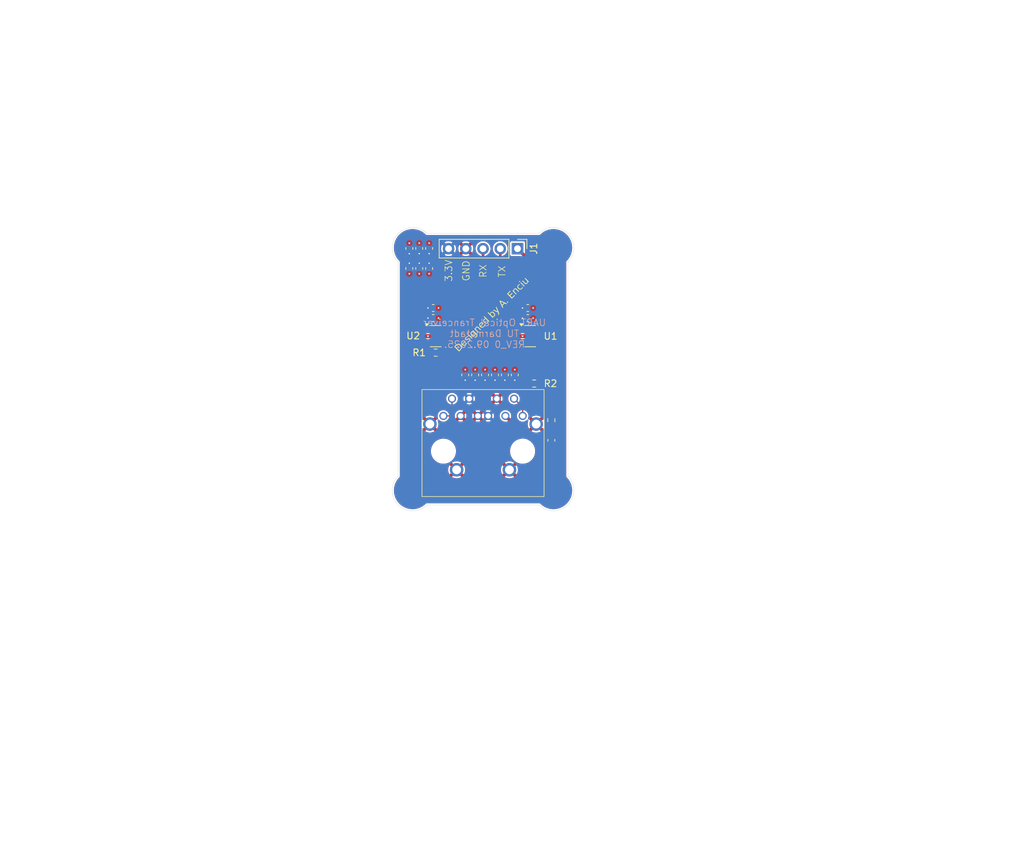
<source format=kicad_pcb>
(kicad_pcb (version 20241229) (generator "pcbnew") (generator_version "9.0")
  (layers (0 "F.Cu" signal) (4 "In1.Cu" signal) (6 "In2.Cu" signal) (2 "B.Cu" signal) (13 "F.Paste" user) (15 "B.Paste" user) (5 "F.SilkS" user "F.Silkscreen") (7 "B.SilkS" user "B.Silkscreen") (1 "F.Mask" user) (3 "B.Mask" user) (25 "Edge.Cuts" user))
  (net 0 "")
  (net 1 "GND")
  (net 2 "+3V3")
  (net 3 "/MON")
  (net 4 "/RD_P")
  (net 5 "/RD_N")
  (net 6 "/TD_N")
  (net 7 "/TD_P")
  (net 8 "/UART_TX")
  (net 9 "/UART_RX")
  (footprint "Capacitor_SMD:C_0603_1608Metric" (layer "F.Cu") (at 114.68 71.45 -90)
    (property "Reference" "C15" (hide yes))
    (property "Value" "10u")
    (fp_line (start -0.14058 0.51) (end 0.14058 0.51) (stroke (width 0.12)) (layer "F.SilkS"))
    (fp_line (start -0.14058 -0.51) (end 0.14058 -0.51) (stroke (width 0.12)) (layer "F.SilkS"))
    (pad "1" smd roundrect (at -0.775 0 270) (size 0.9 0.95) (layers "F.Cu" "F.Mask" "F.Paste") (net 2 "+3V3"))
    (pad "2" smd roundrect (at 0.775 0 270) (size 0.9 0.95) (layers "F.Cu" "F.Mask" "F.Paste") (net 1 "GND"))
  )
  (footprint "Capacitor_SMD:C_0603_1608Metric" (layer "F.Cu") (at 111.76 68.495 90)
    (property "Reference" "C16" (hide yes))
    (property "Value" "10u")
    (fp_line (start -0.14058 -0.51) (end 0.14058 -0.51) (stroke (width 0.12)) (layer "F.SilkS"))
    (fp_line (start -0.14058 0.51) (end 0.14058 0.51) (stroke (width 0.12)) (layer "F.SilkS"))
    (pad "1" smd roundrect (at -0.775 0 90) (size 0.9 0.95) (layers "F.Cu" "F.Mask" "F.Paste") (net 2 "+3V3"))
    (pad "2" smd roundrect (at 0.775 0 90) (size 0.9 0.95) (layers "F.Cu" "F.Mask" "F.Paste") (net 1 "GND"))
  )
  (footprint "Package_TO_SOT_SMD:SOT-23-5" (layer "F.Cu") (at 115.6425 81.42)
    (property "Reference" "U2" (at -3.3125 -0.05 0) (layer "F.SilkS"))
    (property "Value" "DS90LV012ATMF")
    (fp_line (start 0 -1.56) (end -0.8 -1.56) (stroke (width 0.12)) (layer "F.SilkS"))
    (fp_line (start 0 -1.56) (end 0.8 -1.56) (stroke (width 0.12)) (layer "F.SilkS"))
    (fp_line (start 0 1.56) (end -0.8 1.56) (stroke (width 0.12)) (layer "F.SilkS"))
    (fp_line (start 0 1.56) (end 0.8 1.56) (stroke (width 0.12)) (layer "F.SilkS"))
    (fp_poly (pts (xy -1.3 -1.51) (xy -1.54 -1.84) (xy -1.06 -1.84)) (stroke (width 0.12)) (fill yes) (layer "F.SilkS"))
    (pad "1" smd roundrect (at -1.1375 -0.95) (size 1.325 0.6) (layers "F.Cu" "F.Mask" "F.Paste") (net 2 "+3V3"))
    (pad "2" smd roundrect (at -1.1375 0) (size 1.325 0.6) (layers "F.Cu" "F.Mask" "F.Paste") (net 1 "GND"))
    (pad "3" smd roundrect (at -1.1375 0.95) (size 1.325 0.6) (layers "F.Cu" "F.Mask" "F.Paste") (net 7 "/TD_P"))
    (pad "4" smd roundrect (at 1.1375 0.95) (size 1.325 0.6) (layers "F.Cu" "F.Mask" "F.Paste") (net 6 "/TD_N"))
    (pad "5" smd roundrect (at 1.1375 -0.95) (size 1.325 0.6) (layers "F.Cu" "F.Mask" "F.Paste") (net 9 "/UART_RX"))
  )
  (footprint "Capacitor_SMD:C_0603_1608Metric" (layer "F.Cu") (at 129.22 77.27)
    (property "Reference" "C8" (hide yes))
    (property "Value" "100n")
    (fp_line (start -0.14058 -0.51) (end 0.14058 -0.51) (stroke (width 0.12)) (layer "F.SilkS"))
    (fp_line (start -0.14058 0.51) (end 0.14058 0.51) (stroke (width 0.12)) (layer "F.SilkS"))
    (pad "1" smd roundrect (at -0.775 0) (size 0.9 0.95) (layers "F.Cu" "F.Mask" "F.Paste") (net 2 "+3V3"))
    (pad "2" smd roundrect (at 0.775 0) (size 0.9 0.95) (layers "F.Cu" "F.Mask" "F.Paste") (net 1 "GND"))
  )
  (footprint "Capacitor_SMD:C_0603_1608Metric" (layer "F.Cu") (at 121.46 87.13 90)
    (property "Reference" "C4" (hide yes))
    (property "Value" "10u")
    (fp_line (start -0.14058 -0.51) (end 0.14058 -0.51) (stroke (width 0.12)) (layer "F.SilkS"))
    (fp_line (start -0.14058 0.51) (end 0.14058 0.51) (stroke (width 0.12)) (layer "F.SilkS"))
    (pad "1" smd roundrect (at -0.775 0 90) (size 0.9 0.95) (layers "F.Cu" "F.Mask" "F.Paste") (net 2 "+3V3"))
    (pad "2" smd roundrect (at 0.775 0 90) (size 0.9 0.95) (layers "F.Cu" "F.Mask" "F.Paste") (net 1 "GND"))
  )
  (footprint "Capacitor_SMD:C_0603_1608Metric" (layer "F.Cu") (at 120 87.13 90)
    (property "Reference" "C6" (hide yes))
    (property "Value" "10n")
    (fp_line (start -0.14058 -0.51) (end 0.14058 -0.51) (stroke (width 0.12)) (layer "F.SilkS"))
    (fp_line (start -0.14058 0.51) (end 0.14058 0.51) (stroke (width 0.12)) (layer "F.SilkS"))
    (pad "1" smd roundrect (at -0.775 0 90) (size 0.9 0.95) (layers "F.Cu" "F.Mask" "F.Paste") (net 2 "+3V3"))
    (pad "2" smd roundrect (at 0.775 0 90) (size 0.9 0.95) (layers "F.Cu" "F.Mask" "F.Paste") (net 1 "GND"))
  )
  (footprint "Package_TO_SOT_SMD:SOT-23-5" (layer "F.Cu") (at 129.5825 81.42)
    (property "Reference" "U1" (at 2.9875 0 0) (layer "F.SilkS"))
    (property "Value" "DS90LV011A")
    (fp_line (start 0 -1.56) (end -0.8 -1.56) (stroke (width 0.12)) (layer "F.SilkS"))
    (fp_line (start 0 -1.56) (end 0.8 -1.56) (stroke (width 0.12)) (layer "F.SilkS"))
    (fp_line (start 0 1.56) (end -0.8 1.56) (stroke (width 0.12)) (layer "F.SilkS"))
    (fp_line (start 0 1.56) (end 0.8 1.56) (stroke (width 0.12)) (layer "F.SilkS"))
    (fp_poly (pts (xy -1.3 -1.51) (xy -1.54 -1.84) (xy -1.06 -1.84)) (stroke (width 0.12)) (fill yes) (layer "F.SilkS"))
    (pad "1" smd roundrect (at -1.1375 -0.95) (size 1.325 0.6) (layers "F.Cu" "F.Mask" "F.Paste") (net 2 "+3V3"))
    (pad "2" smd roundrect (at -1.1375 0) (size 1.325 0.6) (layers "F.Cu" "F.Mask" "F.Paste") (net 1 "GND"))
    (pad "3" smd roundrect (at -1.1375 0.95) (size 1.325 0.6) (layers "F.Cu" "F.Mask" "F.Paste") (net 5 "/RD_N"))
    (pad "4" smd roundrect (at 1.1375 0.95) (size 1.325 0.6) (layers "F.Cu" "F.Mask" "F.Paste") (net 4 "/RD_P"))
    (pad "5" smd roundrect (at 1.1375 -0.95) (size 1.325 0.6) (layers "F.Cu" "F.Mask" "F.Paste") (net 8 "/UART_TX"))
  )
  (footprint "Capacitor_SMD:C_0603_1608Metric" (layer "F.Cu") (at 129.22 78.76)
    (property "Reference" "C9" (hide yes))
    (property "Value" "1n")
    (fp_line (start -0.14058 -0.51) (end 0.14058 -0.51) (stroke (width 0.12)) (layer "F.SilkS"))
    (fp_line (start -0.14058 0.51) (end 0.14058 0.51) (stroke (width 0.12)) (layer "F.SilkS"))
    (pad "1" smd roundrect (at -0.775 0) (size 0.9 0.95) (layers "F.Cu" "F.Mask" "F.Paste") (net 2 "+3V3"))
    (pad "2" smd roundrect (at 0.775 0) (size 0.9 0.95) (layers "F.Cu" "F.Mask" "F.Paste") (net 1 "GND"))
  )
  (footprint "Connector_PinHeader_2.54mm:PinHeader_1x05_P2.54mm_Vertical" (layer "F.Cu") (at 127.7 68.53 -90)
    (property "Reference" "J1" (at 0 -2.38 90) (layer "F.SilkS"))
    (property "Value" "Conn_01x05_Pin")
    (fp_line (start -1.38 11.54) (end 1.38 11.54) (stroke (width 0.12)) (layer "F.SilkS"))
    (fp_line (start -1.38 1.27) (end -1.38 11.54) (stroke (width 0.12)) (layer "F.SilkS"))
    (fp_line (start -1.38 1.27) (end 1.38 1.27) (stroke (width 0.12)) (layer "F.SilkS"))
    (fp_line (start 1.38 1.27) (end 1.38 11.54) (stroke (width 0.12)) (layer "F.SilkS"))
    (fp_line (start -1.38 0) (end -1.38 -1.38) (stroke (width 0.12)) (layer "F.SilkS"))
    (fp_line (start -1.38 -1.38) (end 0 -1.38) (stroke (width 0.12)) (layer "F.SilkS"))
    (pad "1" thru_hole rect (at 0 0 270) (size 1.7 1.7) (drill 1) (layers "*.Cu" "*.Mask") (net 3 "/MON"))
    (pad "2" thru_hole circle (at 0 2.54 270) (size 1.7 1.7) (drill 1) (layers "*.Cu" "*.Mask") (net 8 "/UART_TX"))
    (pad "3" thru_hole circle (at 0 5.08 270) (size 1.7 1.7) (drill 1) (layers "*.Cu" "*.Mask") (net 9 "/UART_RX"))
    (pad "4" thru_hole circle (at 0 7.62 270) (size 1.7 1.7) (drill 1) (layers "*.Cu" "*.Mask") (net 1 "GND"))
    (pad "5" thru_hole circle (at 0 10.16 270) (size 1.7 1.7) (drill 1) (layers "*.Cu" "*.Mask") (net 2 "+3V3"))
  )
  (footprint "Capacitor_SMD:C_0603_1608Metric" (layer "F.Cu") (at 113.22 68.49 90)
    (property "Reference" "C12" (hide yes))
    (property "Value" "10u")
    (fp_line (start -0.14058 -0.51) (end 0.14058 -0.51) (stroke (width 0.12)) (layer "F.SilkS"))
    (fp_line (start -0.14058 0.51) (end 0.14058 0.51) (stroke (width 0.12)) (layer "F.SilkS"))
    (pad "1" smd roundrect (at -0.775 0 90) (size 0.9 0.95) (layers "F.Cu" "F.Mask" "F.Paste") (net 2 "+3V3"))
    (pad "2" smd roundrect (at 0.775 0 90) (size 0.9 0.95) (layers "F.Cu" "F.Mask" "F.Paste") (net 1 "GND"))
  )
  (footprint "Resistor_SMD:R_0603_1608Metric" (layer "F.Cu") (at 132.68 93.8 90)
    (property "Reference" "R3" (hide yes))
    (property "Value" "2k")
    (fp_line (start -0.237258 -0.5225) (end 0.237258 -0.5225) (stroke (width 0.12)) (layer "F.SilkS"))
    (fp_line (start -0.237258 0.5225) (end 0.237258 0.5225) (stroke (width 0.12)) (layer "F.SilkS"))
    (pad "1" smd roundrect (at -0.825 0 90) (size 0.8 0.95) (layers "F.Cu" "F.Mask" "F.Paste") (net 3 "/MON"))
    (pad "2" smd roundrect (at 0.825 0 90) (size 0.8 0.95) (layers "F.Cu" "F.Mask" "F.Paste") (net 1 "GND"))
  )
  (footprint "Capacitor_SMD:C_0603_1608Metric" (layer "F.Cu") (at 111.76 71.45 -90)
    (property "Reference" "C14" (hide yes))
    (property "Value" "10u")
    (fp_line (start -0.14058 0.51) (end 0.14058 0.51) (stroke (width 0.12)) (layer "F.SilkS"))
    (fp_line (start -0.14058 -0.51) (end 0.14058 -0.51) (stroke (width 0.12)) (layer "F.SilkS"))
    (pad "1" smd roundrect (at -0.775 0 270) (size 0.9 0.95) (layers "F.Cu" "F.Mask" "F.Paste") (net 2 "+3V3"))
    (pad "2" smd roundrect (at 0.775 0 270) (size 0.9 0.95) (layers "F.Cu" "F.Mask" "F.Paste") (net 1 "GND"))
  )
  (footprint "Capacitor_SMD:C_0603_1608Metric" (layer "F.Cu") (at 124.38 87.13 90)
    (property "Reference" "C1" (hide yes))
    (property "Value" "10u")
    (fp_line (start -0.14058 -0.51) (end 0.14058 -0.51) (stroke (width 0.12)) (layer "F.SilkS"))
    (fp_line (start -0.14058 0.51) (end 0.14058 0.51) (stroke (width 0.12)) (layer "F.SilkS"))
    (pad "1" smd roundrect (at -0.775 0 90) (size 0.9 0.95) (layers "F.Cu" "F.Mask" "F.Paste") (net 2 "+3V3"))
    (pad "2" smd roundrect (at 0.775 0 90) (size 0.9 0.95) (layers "F.Cu" "F.Mask" "F.Paste") (net 1 "GND"))
  )
  (footprint "Capacitor_SMD:C_0603_1608Metric" (layer "F.Cu") (at 115.28 77.27)
    (property "Reference" "C11" (hide yes))
    (property "Value" "1n")
    (fp_line (start -0.14058 -0.51) (end 0.14058 -0.51) (stroke (width 0.12)) (layer "F.SilkS"))
    (fp_line (start -0.14058 0.51) (end 0.14058 0.51) (stroke (width 0.12)) (layer "F.SilkS"))
    (pad "1" smd roundrect (at -0.775 0) (size 0.9 0.95) (layers "F.Cu" "F.Mask" "F.Paste") (net 2 "+3V3"))
    (pad "2" smd roundrect (at 0.775 0) (size 0.9 0.95) (layers "F.Cu" "F.Mask" "F.Paste") (net 1 "GND"))
  )
  (footprint "Capacitor_SMD:C_0603_1608Metric" (layer "F.Cu") (at 115.28 78.76)
    (property "Reference" "C10" (hide yes))
    (property "Value" "100n")
    (fp_line (start -0.14058 -0.51) (end 0.14058 -0.51) (stroke (width 0.12)) (layer "F.SilkS"))
    (fp_line (start -0.14058 0.51) (end 0.14058 0.51) (stroke (width 0.12)) (layer "F.SilkS"))
    (pad "1" smd roundrect (at -0.775 0) (size 0.9 0.95) (layers "F.Cu" "F.Mask" "F.Paste") (net 2 "+3V3"))
    (pad "2" smd roundrect (at 0.775 0) (size 0.9 0.95) (layers "F.Cu" "F.Mask" "F.Paste") (net 1 "GND"))
  )
  (footprint "Capacitor_SMD:C_0603_1608Metric" (layer "F.Cu") (at 122.92 87.13 90)
    (property "Reference" "C5" (hide yes))
    (property "Value" "470n")
    (fp_line (start -0.14058 -0.51) (end 0.14058 -0.51) (stroke (width 0.12)) (layer "F.SilkS"))
    (fp_line (start -0.14058 0.51) (end 0.14058 0.51) (stroke (width 0.12)) (layer "F.SilkS"))
    (pad "1" smd roundrect (at -0.775 0 90) (size 0.9 0.95) (layers "F.Cu" "F.Mask" "F.Paste") (net 2 "+3V3"))
    (pad "2" smd roundrect (at 0.775 0 90) (size 0.9 0.95) (layers "F.Cu" "F.Mask" "F.Paste") (net 1 "GND"))
  )
  (footprint "Capacitor_SMD:C_0603_1608Metric" (layer "F.Cu") (at 125.84 87.13 90)
    (property "Reference" "C2" (hide yes))
    (property "Value" "470n")
    (fp_line (start -0.14058 -0.51) (end 0.14058 -0.51) (stroke (width 0.12)) (layer "F.SilkS"))
    (fp_line (start -0.14058 0.51) (end 0.14058 0.51) (stroke (width 0.12)) (layer "F.SilkS"))
    (pad "1" smd roundrect (at -0.775 0 90) (size 0.9 0.95) (layers "F.Cu" "F.Mask" "F.Paste") (net 2 "+3V3"))
    (pad "2" smd roundrect (at 0.775 0 90) (size 0.9 0.95) (layers "F.Cu" "F.Mask" "F.Paste") (net 1 "GND"))
  )
  (footprint "0_lib:AFBR-5803ZTZ_AVA" (layer "F.Cu") (at 122.62 98.37)
    (property "Reference" "Conn1" (hide yes))
    (property "Value" "AFBR-59F2Z" (hide yes))
    (fp_rect (start -8.995 -9.08) (end 8.995 6.685) (stroke (width 0.1)) (fill no) (layer "F.SilkS"))
    (pad "" np_thru_hole circle (at -5.83 0) (size 3.2 3.2) (drill 3.2) (layers "F&B.Cu" "*.Mask"))
    (pad "" np_thru_hole circle (at 5.83 0) (size 3.2 3.2) (drill 3.2) (layers "F&B.Cu" "*.Mask"))
    (pad "1" thru_hole circle (at -5.84 -5.2) (size 1.2 1.2) (drill 0.8) (layers "*.Cu" "*.Mask") (net 6 "/TD_N"))
    (pad "2" thru_hole circle (at -4.57 -7.74) (size 1.2 1.2) (drill 0.8) (layers "*.Cu" "*.Mask") (net 7 "/TD_P"))
    (pad "3" thru_hole circle (at -3.3 -5.2) (size 1.2 1.2) (drill 0.8) (layers "*.Cu" "*.Mask") (net 1 "GND"))
    (pad "4" thru_hole circle (at -2.03 -7.74) (size 1.2 1.2) (drill 0.8) (layers "*.Cu" "*.Mask") (net 2 "+3V3"))
    (pad "5" thru_hole circle (at -0.76 -5.2) (size 1.2 1.2) (drill 0.8) (layers "*.Cu" "*.Mask") (net 1 "GND"))
    (pad "6" thru_hole circle (at 0.76 -5.2) (size 1.2 1.2) (drill 0.8) (layers "*.Cu" "*.Mask") (net 2 "+3V3"))
    (pad "7" thru_hole circle (at 2.03 -7.74) (size 1.2 1.2) (drill 0.8) (layers "*.Cu" "*.Mask") (net 1 "GND"))
    (pad "8" thru_hole circle (at 3.3 -5.2) (size 1.2 1.2) (drill 0.8) (layers "*.Cu" "*.Mask") (net 3 "/MON"))
    (pad "9" thru_hole circle (at 4.57 -7.74) (size 1.2 1.2) (drill 0.8) (layers "*.Cu" "*.Mask") (net 5 "/RD_N"))
    (pad "10" thru_hole circle (at 5.84 -5.2) (size 1.2 1.2) (drill 0.8) (layers "*.Cu" "*.Mask") (net 4 "/RD_P"))
    (pad "11" thru_hole circle (at -7.83 -4) (size 2 2) (drill 1.3) (layers "*.Cu" "*.Mask") (net 1 "GND"))
    (pad "12" thru_hole circle (at 7.83 -4) (size 2 2) (drill 1.3) (layers "*.Cu" "*.Mask") (net 1 "GND"))
    (pad "13" thru_hole circle (at -3.89 2.74) (size 2 2) (drill 1.3) (layers "*.Cu" "*.Mask") (net 1 "GND"))
    (pad "14" thru_hole circle (at 3.89 2.74) (size 2 2) (drill 1.3) (layers "*.Cu" "*.Mask") (net 1 "GND"))
  )
  (footprint "Capacitor_SMD:C_0603_1608Metric" (layer "F.Cu") (at 132.68 96.76 -90)
    (property "Reference" "C7" (hide yes))
    (property "Value" "100n")
    (fp_line (start -0.14058 0.51) (end 0.14058 0.51) (stroke (width 0.12)) (layer "F.SilkS"))
    (fp_line (start -0.14058 -0.51) (end 0.14058 -0.51) (stroke (width 0.12)) (layer "F.SilkS"))
    (pad "1" smd roundrect (at -0.775 0 270) (size 0.9 0.95) (layers "F.Cu" "F.Mask" "F.Paste") (net 3 "/MON"))
    (pad "2" smd roundrect (at 0.775 0 270) (size 0.9 0.95) (layers "F.Cu" "F.Mask" "F.Paste") (net 1 "GND"))
  )
  (footprint "Capacitor_SMD:C_0603_1608Metric" (layer "F.Cu") (at 113.22 71.45 -90)
    (property "Reference" "C17" (hide yes))
    (property "Value" "10u")
    (fp_line (start -0.14058 0.51) (end 0.14058 0.51) (stroke (width 0.12)) (layer "F.SilkS"))
    (fp_line (start -0.14058 -0.51) (end 0.14058 -0.51) (stroke (width 0.12)) (layer "F.SilkS"))
    (pad "1" smd roundrect (at -0.775 0 270) (size 0.9 0.95) (layers "F.Cu" "F.Mask" "F.Paste") (net 2 "+3V3"))
    (pad "2" smd roundrect (at 0.775 0 270) (size 0.9 0.95) (layers "F.Cu" "F.Mask" "F.Paste") (net 1 "GND"))
  )
  (footprint "Resistor_SMD:R_0603_1608Metric" (layer "F.Cu") (at 130.16 88.4)
    (property "Reference" "R2" (at 2.4 0 0) (layer "F.SilkS"))
    (property "Value" "100")
    (fp_line (start -0.237258 -0.5225) (end 0.237258 -0.5225) (stroke (width 0.12)) (layer "F.SilkS"))
    (fp_line (start -0.237258 0.5225) (end 0.237258 0.5225) (stroke (width 0.12)) (layer "F.SilkS"))
    (pad "1" smd roundrect (at -0.825 0) (size 0.8 0.95) (layers "F.Cu" "F.Mask" "F.Paste") (net 5 "/RD_N"))
    (pad "2" smd roundrect (at 0.825 0) (size 0.8 0.95) (layers "F.Cu" "F.Mask" "F.Paste") (net 4 "/RD_P"))
  )
  (footprint "Capacitor_SMD:C_0603_1608Metric" (layer "F.Cu") (at 114.68 68.49 90)
    (property "Reference" "C13" (hide yes))
    (property "Value" "10u")
    (fp_line (start -0.14058 -0.51) (end 0.14058 -0.51) (stroke (width 0.12)) (layer "F.SilkS"))
    (fp_line (start -0.14058 0.51) (end 0.14058 0.51) (stroke (width 0.12)) (layer "F.SilkS"))
    (pad "1" smd roundrect (at -0.775 0 90) (size 0.9 0.95) (layers "F.Cu" "F.Mask" "F.Paste") (net 2 "+3V3"))
    (pad "2" smd roundrect (at 0.775 0 90) (size 0.9 0.95) (layers "F.Cu" "F.Mask" "F.Paste") (net 1 "GND"))
  )
  (footprint "Capacitor_SMD:C_0603_1608Metric" (layer "F.Cu") (at 127.3 87.13 90)
    (property "Reference" "C3" (hide yes))
    (property "Value" "10n")
    (fp_line (start -0.14058 -0.51) (end 0.14058 -0.51) (stroke (width 0.12)) (layer "F.SilkS"))
    (fp_line (start -0.14058 0.51) (end 0.14058 0.51) (stroke (width 0.12)) (layer "F.SilkS"))
    (pad "1" smd roundrect (at -0.775 0 90) (size 0.9 0.95) (layers "F.Cu" "F.Mask" "F.Paste") (net 2 "+3V3"))
    (pad "2" smd roundrect (at 0.775 0 90) (size 0.9 0.95) (layers "F.Cu" "F.Mask" "F.Paste") (net 1 "GND"))
  )
  (footprint "Resistor_SMD:R_0603_1608Metric" (layer "F.Cu") (at 115.64 83.85 180)
    (property "Reference" "R1" (at 2.43 0 0) (layer "F.SilkS"))
    (property "Value" "100")
    (fp_line (start -0.237258 0.5225) (end 0.237258 0.5225) (stroke (width 0.12)) (layer "F.SilkS"))
    (fp_line (start -0.237258 -0.5225) (end 0.237258 -0.5225) (stroke (width 0.12)) (layer "F.SilkS"))
    (pad "1" smd roundrect (at -0.825 0 180) (size 0.8 0.95) (layers "F.Cu" "F.Mask" "F.Paste") (net 6 "/TD_N"))
    (pad "2" smd roundrect (at 0.825 0 180) (size 0.8 0.95) (layers "F.Cu" "F.Mask" "F.Paste") (net 7 "/TD_P"))
  )
  (gr_line (start 135.12 70.52264) (end 135.12 102.03736) (stroke (width 0.05)) (layer "Edge.Cuts"))
  (gr_arc (start 135.12 102.03736) (mid 135.12 106.28) (end 130.87736 106.28) (stroke (width 0.05)) (layer "Edge.Cuts"))
  (gr_arc (start 114.36264 106.28) (mid 110.12 106.28) (end 110.12 102.03736) (stroke (width 0.05)) (layer "Edge.Cuts"))
  (gr_line (start 110.12 70.52264) (end 110.12 102.03736) (stroke (width 0.05)) (layer "Edge.Cuts"))
  (gr_arc (start 110.12 70.52264) (mid 110.12 66.28) (end 114.36264 66.28) (stroke (width 0.05)) (layer "Edge.Cuts"))
  (gr_line (start 130.87736 66.28) (end 114.36264 66.28) (stroke (width 0.05)) (layer "Edge.Cuts"))
  (gr_arc (start 130.87736 66.28) (mid 135.12 66.28) (end 135.12 70.52264) (stroke (width 0.05)) (layer "Edge.Cuts"))
  (gr_line (start 130.87736 106.28) (end 114.36264 106.28) (stroke (width 0.05)) (layer "Edge.Cuts"))
  (gr_text "GND" (at 120.72 73.38 90) (layer "F.SilkS") (effects (font (size 1 1) (thickness 0.1)) (justify left bottom)))
  (gr_text "3.3V" (at 118.15 73.45 90) (layer "F.SilkS") (effects (font (size 1 1) (thickness 0.1)) (justify left bottom)))
  (gr_text "Designed by A. Enciu" (at 119.11 83.9 45) (layer "F.SilkS") (effects (font (size 1 1) (thickness 0.1)) (justify left bottom)))
  (gr_text "TX" (at 126 72.82 90) (layer "F.SilkS") (effects (font (size 1 1) (thickness 0.1)) (justify left bottom)))
  (gr_text "RX" (at 123.22 72.87 90) (layer "F.SilkS") (effects (font (size 1 1) (thickness 0.1)) (justify left bottom)))
  (gr_text "UART Optical Tranceiver\nTU Darmstadt\nREV_0 09.2025." (at 122.84 83.23 0) (layer "B.SilkS") (effects (font (size 1 1) (thickness 0.1)) (justify bottom mirror)))
  (via (at 116.055 78.76) (size 0.4) (drill 0.2) (layers "F.Cu" "B.Cu") (net 1))
  (via (at 121.46 86.355) (size 0.4) (drill 0.2) (layers "F.Cu" "B.Cu") (net 1))
  (via (at 113.22 72.225) (size 0.4) (drill 0.2) (layers "F.Cu" "B.Cu") (net 1))
  (via (at 124.38 86.355) (size 0.4) (drill 0.2) (layers "F.Cu" "B.Cu") (net 1))
  (via (at 129.995 77.27) (size 0.4) (drill 0.2) (layers "F.Cu" "B.Cu") (net 1))
  (via (at 113.22 67.715) (size 0.4) (drill 0.2) (layers "F.Cu" "B.Cu") (net 1))
  (via (at 114.68 72.225) (size 0.4) (drill 0.2) (layers "F.Cu" "B.Cu") (net 1))
  (via (at 125.84 86.355) (size 0.4) (drill 0.2) (layers "F.Cu" "B.Cu") (net 1))
  (via (at 129.995 78.76) (size 0.4) (drill 0.2) (layers "F.Cu" "B.Cu") (net 1))
  (via (at 111.76 67.72) (size 0.4) (drill 0.2) (layers "F.Cu" "B.Cu") (net 1))
  (via (at 114.505 81.42) (size 0.4) (drill 0.2) (layers "F.Cu" "B.Cu") (net 1))
  (via (at 111.76 72.225) (size 0.4) (drill 0.2) (layers "F.Cu" "B.Cu") (net 1))
  (via (at 127.3 86.355) (size 0.4) (drill 0.2) (layers "F.Cu" "B.Cu") (net 1))
  (via (at 128.445 81.42) (size 0.4) (drill 0.2) (layers "F.Cu" "B.Cu") (net 1))
  (via (at 116.055 77.27) (size 0.4) (drill 0.2) (layers "F.Cu" "B.Cu") (net 1))
  (via (at 114.68 67.715) (size 0.4) (drill 0.2) (layers "F.Cu" "B.Cu") (net 1))
  (via (at 120 86.355) (size 0.4) (drill 0.2) (layers "F.Cu" "B.Cu") (net 1))
  (via (at 122.92 86.355) (size 0.4) (drill 0.2) (layers "F.Cu" "B.Cu") (net 1))
  (segment (start 128.435 80.46) (end 128.445 80.47) (width 0.1) (layer "F.Cu") (net 2))
  (segment (start 114.505 78.76) (end 114.505 80.47) (width 0.5) (layer "F.Cu") (net 2))
  (segment (start 128.435 78.76) (end 128.435 80.46) (width 0.5) (layer "F.Cu") (net 2))
  (segment (start 114.505 77.27) (end 114.505 78.76) (width 0.5) (layer "F.Cu") (net 2))
  (segment (start 128.435 77.27) (end 128.435 77.28) (width 0.5) (layer "F.Cu") (net 2))
  (segment (start 128.435 77.28) (end 128.435 78.76) (width 0.5) (layer "F.Cu") (net 2))
  (via (at 114.505 77.27) (size 0.4) (drill 0.2) (layers "F.Cu" "B.Cu") (net 2))
  (via (at 114.68 70.675) (size 0.4) (drill 0.2) (layers "F.Cu" "B.Cu") (net 2))
  (via (at 113.22 69.265) (size 0.4) (drill 0.2) (layers "F.Cu" "B.Cu") (net 2))
  (via (at 122.92 87.905) (size 0.4) (drill 0.2) (layers "F.Cu" "B.Cu") (net 2))
  (via (at 124.38 87.905) (size 0.4) (drill 0.2) (layers "F.Cu" "B.Cu") (net 2))
  (via (at 121.46 87.905) (size 0.4) (drill 0.2) (layers "F.Cu" "B.Cu") (net 2))
  (via (at 113.22 70.675) (size 0.4) (drill 0.2) (layers "F.Cu" "B.Cu") (net 2))
  (via (at 114.505 78.76) (size 0.4) (drill 0.2) (layers "F.Cu" "B.Cu") (net 2))
  (via (at 111.76 70.675) (size 0.4) (drill 0.2) (layers "F.Cu" "B.Cu") (net 2))
  (via (at 114.68 69.265) (size 0.4) (drill 0.2) (layers "F.Cu" "B.Cu") (net 2))
  (via (at 128.435 77.28) (size 0.4) (drill 0.2) (layers "F.Cu" "B.Cu") (net 2))
  (via (at 120 87.905) (size 0.4) (drill 0.2) (layers "F.Cu" "B.Cu") (net 2))
  (via (at 127.3 87.905) (size 0.4) (drill 0.2) (layers "F.Cu" "B.Cu") (net 2))
  (via (at 128.435 78.76) (size 0.4) (drill 0.2) (layers "F.Cu" "B.Cu") (net 2))
  (via (at 111.76 69.27) (size 0.4) (drill 0.2) (layers "F.Cu" "B.Cu") (net 2))
  (via (at 125.84 87.905) (size 0.4) (drill 0.2) (layers "F.Cu" "B.Cu") (net 2))
  (segment (start 133.8 93.5) (end 133.8 74.63) (width 0.5) (layer "F.Cu") (net 3))
  (segment (start 132.68 94.62) (end 133.8 93.5) (width 0.5) (layer "F.Cu") (net 3))
  (segment (start 133.8 74.63) (end 127.7 68.53) (width 0.5) (layer "F.Cu") (net 3))
  (segment (start 132.68 94.625) (end 132.68 94.62) (width 0.5) (layer "F.Cu") (net 3))
  (segment (start 125.92 93.17) (end 128.735 95.985) (width 0.5) (layer "F.Cu") (net 3))
  (segment (start 128.735 95.985) (end 132.68 95.985) (width 0.5) (layer "F.Cu") (net 3))
  (segment (start 132.68 95.985) (end 132.68 94.625) (width 0.5) (layer "F.Cu") (net 3))
  (segment (start 130.72 82.87) (end 129.94 83.65) (width 0.18) (layer "F.Cu") (net 4))
  (segment (start 129.94 83.65) (end 129.94 84.070796) (width 0.18) (layer "F.Cu") (net 4))
  (segment (start 130.315 89.884204) (end 128.46 91.739204) (width 0.18) (layer "F.Cu") (net 4))
  (segment (start 128.46 91.739204) (end 128.46 93.17) (width 0.18) (layer "F.Cu") (net 4))
  (segment (start 130.72 82.37) (end 130.72 82.87) (width 0.18) (layer "F.Cu") (net 4))
  (segment (start 130.985 88.4) (end 130.985 88.475) (width 0.18) (layer "F.Cu") (net 4))
  (segment (start 130.315 89.145) (end 130.315 89.884204) (width 0.18) (layer "F.Cu") (net 4))
  (segment (start 129.94 84.070796) (end 130.315 84.445796) (width 0.18) (layer "F.Cu") (net 4))
  (segment (start 130.985 88.475) (end 130.315 89.145) (width 0.18) (layer "F.Cu") (net 4))
  (segment (start 130.315 87.017499) (end 130.985 87.687499) (width 0.18) (layer "F.Cu") (net 4))
  (segment (start 130.315 84.445796) (end 130.315 87.017499) (width 0.18) (layer "F.Cu") (net 4))
  (segment (start 130.985 87.687499) (end 130.985 88.4) (width 0.18) (layer "F.Cu") (net 4))
  (segment (start 129.335 88.475) (end 130.005 89.145) (width 0.18) (layer "F.Cu") (net 5))
  (segment (start 128.070398 91.510398) (end 127.19 90.63) (width 0.18) (layer "F.Cu") (net 5))
  (segment (start 130.005 89.145) (end 130.005 89.755796) (width 0.18) (layer "F.Cu") (net 5))
  (segment (start 128.445 82.37) (end 128.445 83.014204) (width 0.18) (layer "F.Cu") (net 5))
  (segment (start 130.005 84.574204) (end 130.005 87.017499) (width 0.18) (layer "F.Cu") (net 5))
  (segment (start 128.445 83.014204) (end 130.005 84.574204) (width 0.18) (layer "F.Cu") (net 5))
  (segment (start 130.005 89.755796) (end 128.250398 91.510398) (width 0.18) (layer "F.Cu") (net 5))
  (segment (start 130.005 87.017499) (end 129.335 87.687499) (width 0.18) (layer "F.Cu") (net 5))
  (segment (start 128.250398 91.510398) (end 128.070398 91.510398) (width 0.18) (layer "F.Cu") (net 5))
  (segment (start 129.335 88.4) (end 129.335 88.475) (width 0.18) (layer "F.Cu") (net 5))
  (segment (start 129.335 87.687499) (end 129.335 88.4) (width 0.18) (layer "F.Cu") (net 5))
  (segment (start 116.465 83.85) (end 116.465 83.925) (width 0.18) (layer "F.Cu") (net 6))
  (segment (start 117.699204 93.17) (end 116.78 93.17) (width 0.18) (layer "F.Cu") (net 6))
  (segment (start 119.445 91.424204) (end 117.699204 93.17) (width 0.18) (layer "F.Cu") (net 6))
  (segment (start 116.465 83.85) (end 116.465 82.685) (width 0.18) (layer "F.Cu") (net 6))
  (segment (start 116.465 82.685) (end 116.78 82.37) (width 0.18) (layer "F.Cu") (net 6))
  (segment (start 119.445 88.525796) (end 119.445 91.424204) (width 0.18) (layer "F.Cu") (net 6))
  (segment (start 115.795 84.595) (end 115.795 84.875796) (width 0.18) (layer "F.Cu") (net 6))
  (segment (start 115.795 84.875796) (end 119.445 88.525796) (width 0.18) (layer "F.Cu") (net 6))
  (segment (start 116.465 83.925) (end 115.795 84.595) (width 0.18) (layer "F.Cu") (net 6))
  (segment (start 117.613609 87.132813) (end 117.680078 87.199282) (width 0.18) (layer "F.Cu") (net 7))
  (segment (start 114.815 83.925) (end 115.485 84.595) (width 0.18) (layer "F.Cu") (net 7))
  (segment (start 114.815 83.85) (end 114.815 83.925) (width 0.18) (layer "F.Cu") (net 7))
  (segment (start 115.485 85.004204) (end 117.015398 86.534602) (width 0.18) (layer "F.Cu") (net 7))
  (segment (start 117.182451 87.2981) (end 117.347737 87.132813) (width 0.18) (layer "F.Cu") (net 7))
  (segment (start 118.470796 91.96) (end 118.17 91.96) (width 0.18) (layer "F.Cu") (net 7))
  (segment (start 118.17 91.96) (end 118.05 91.84) (width 0.18) (layer "F.Cu") (net 7))
  (segment (start 117.680078 87.199282) (end 119.135 88.654204) (width 0.18) (layer "F.Cu") (net 7))
  (segment (start 119.135 91.295796) (end 118.470796 91.96) (width 0.18) (layer "F.Cu") (net 7))
  (segment (start 119.135 89.227416) (end 119.135 91.295796) (width 0.18) (layer "F.Cu") (net 7))
  (segment (start 118.05 91.84) (end 118.05 90.63) (width 0.18) (layer "F.Cu") (net 7))
  (segment (start 117.015398 86.800474) (end 116.850111 86.96576) (width 0.18) (layer "F.Cu") (net 7))
  (segment (start 119.135 88.654204) (end 119.135 89.227416) (width 0.18) (layer "F.Cu") (net 7))
  (segment (start 114.815 83.85) (end 114.815 82.68) (width 0.18) (layer "F.Cu") (net 7))
  (segment (start 114.815 82.68) (end 114.505 82.37) (width 0.18) (layer "F.Cu") (net 7))
  (segment (start 115.485 84.595) (end 115.485 85.004204) (width 0.18) (layer "F.Cu") (net 7))
  (segment (start 116.850111 87.231632) (end 116.916579 87.2981) (width 0.18) (layer "F.Cu") (net 7))
  (arc (start 116.916579 87.2981) (mid 117.049515 87.353164) (end 117.182451 87.2981) (width 0.18) (layer "F.Cu") (net 7))
  (arc (start 116.850111 86.96576) (mid 116.795047 87.098696) (end 116.850111 87.231632) (width 0.18) (layer "F.Cu") (net 7))
  (arc (start 117.347737 87.132813) (mid 117.480673 87.077749) (end 117.613609 87.132813) (width 0.18) (layer "F.Cu") (net 7))
  (arc (start 117.015398 86.534602) (mid 117.070462 86.667538) (end 117.015398 86.800474) (width 0.18) (layer "F.Cu") (net 7))
  (segment (start 125.16 70.51) (end 131.94 77.29) (width 0.395) (layer "F.Cu") (net 8))
  (segment (start 125.16 68.53) (end 125.16 70.51) (width 0.395) (layer "F.Cu") (net 8))
  (segment (start 131.94 77.29) (end 131.94 79.61) (width 0.395) (layer "F.Cu") (net 8))
  (segment (start 131.08 80.47) (end 130.72 80.47) (width 0.395) (layer "F.Cu") (net 8))
  (segment (start 131.94 79.61) (end 131.08 80.47) (width 0.395) (layer "F.Cu") (net 8))
  (segment (start 116.78 80.47) (end 117.15 80.47) (width 0.395) (layer "F.Cu") (net 9))
  (segment (start 122.62 75) (end 122.62 68.53) (width 0.395) (layer "F.Cu") (net 9))
  (segment (start 117.15 80.47) (end 122.62 75) (width 0.395) (layer "F.Cu") (net 9))
  (zone (net 2) (net_name "+3V3") (layer "F.Cu") (connect_pads (clearance 0.25)) (min_thickness 0.25) (fill yes (thermal_gap 0.25) (thermal_bridge_width 0.5))
    (polygon (pts (xy 119.08 87.18) (xy 128.11 87.18) (xy 128.11 94.24) (xy 119.08 94.24)))
  )
  (zone (net 2) (net_name "+3V3") (layer "F.Cu") (connect_pads (clearance 0.25)) (min_thickness 0.25) (fill yes (thermal_gap 0.25) (thermal_bridge_width 0.5))
    (polygon (pts (xy 118.61 71.24) (xy 115.97 71.24) (xy 110.94 71.24) (xy 110.94 68.7) (xy 115.97 68.7) (xy 115.97 67.15) (xy 118.61 67.15)))
  )
  (zone (net 1) (net_name "GND") (layers "F.Cu" "In1.Cu" "In2.Cu") (connect_pads (clearance 0.25)) (min_thickness 0.25) (fill yes (thermal_gap 0.25) (thermal_bridge_width 0.5))
    (polygon (pts (xy 64.48 41.41) (xy 192.24 41.41) (xy 192.24 137.86) (xy 64.48 137.86)))
  )
  (zone (net 2) (net_name "+3V3") (layer "B.Cu") (connect_pads (clearance 0.25)) (min_thickness 0.25) (fill yes (thermal_gap 0.25) (thermal_bridge_width 0.5))
    (polygon (pts (xy 51.45 31.89) (xy 202.35 31.89) (xy 202.35 159.06) (xy 51.45 159.06)))
  )
)
</source>
